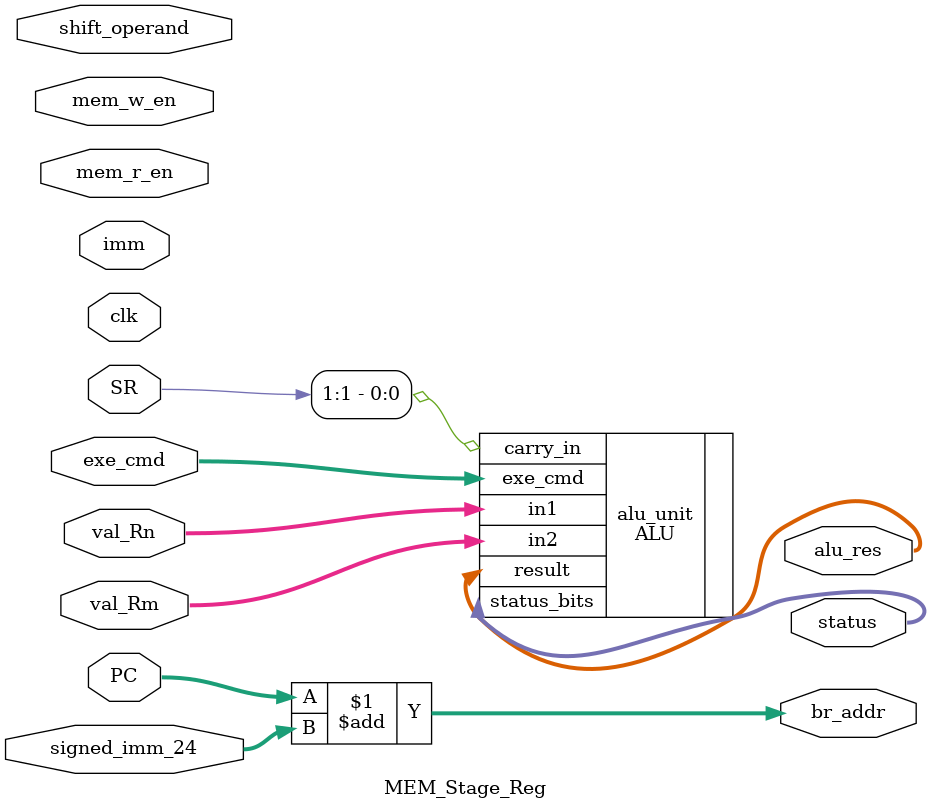
<source format=v>
module MEM_Stage_Reg (
    clk,
    exe_cmd, mem_r_en, mem_w_en,
    PC, val_Rn, val_Rm, imm, shift_operand,
    signed_imm_24, SR, alu_res, br_addr,
    status
);
    input clk;
    input [3:0] exe_cmd;
    input mem_r_en, mem_w_en;
    input [31:0] PC, val_Rn, val_Rm;
    input imm;
    input [11:0] shift_operand;
    input [23:0] signed_imm_24;
    input [3:0] SR;
    output [31:0] alu_res, br_addr;
    output [3:0] status;

    ALU alu_unit(
    .in1(val_Rn),
    .in2(val_Rm),   ///should change!!!!
    .carry_in(SR[1]),
    .exe_cmd(exe_cmd),
    .status_bits(status),
    .result(alu_res)
    );

    assign br_addr = PC + signed_imm_24; 

endmodule
</source>
